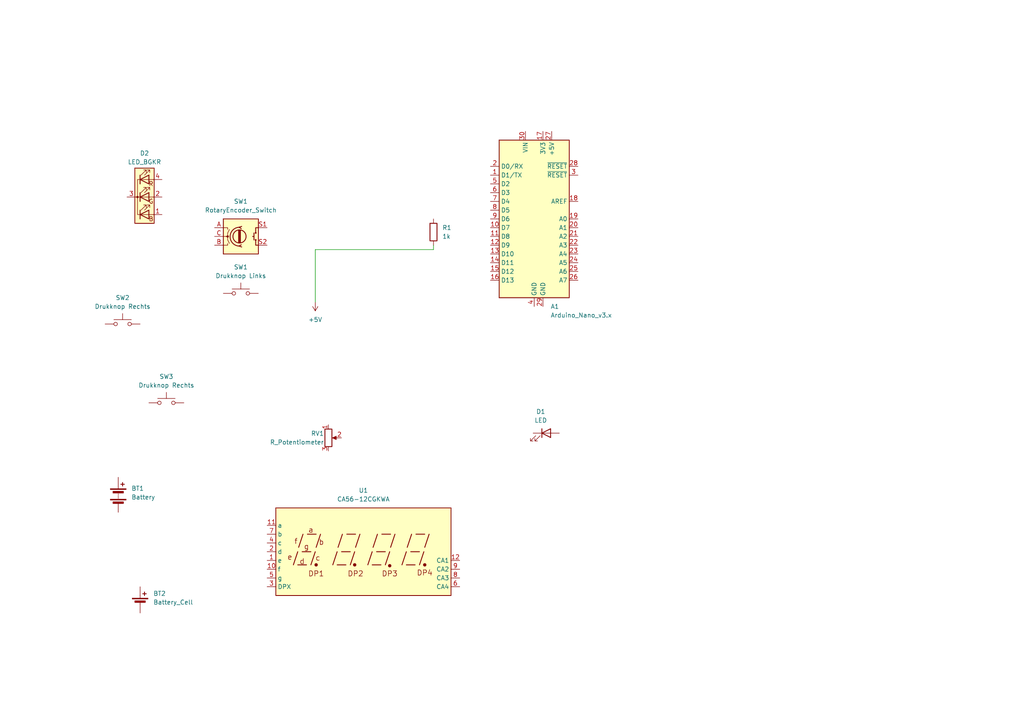
<source format=kicad_sch>
(kicad_sch (version 20230121) (generator eeschema)
  (paper "A4")
  (lib_symbols
    (symbol "Device:Battery" (pin_numbers hide) (pin_names (offset 0) hide)
      (property "Reference" "BT" (at 2.54 2.54 0))
      (property "Value" "Battery" (at 2.54 0 0))
      (symbol "Battery_0_1"
        (rectangle (start -2.286 -1.27) (end 2.286 -1.524) (fill (type outline)))
        (rectangle (start -2.286 1.778) (end 2.286 1.524) (fill (type outline)))
        (rectangle (start -1.524 -2.032) (end 1.524 -2.54) (fill (type outline)))
        (rectangle (start -1.524 1.016) (end 1.524 0.508) (fill (type outline)))
        (polyline (pts (xy 0 -1.016) (xy 0 -0.762)))
        (polyline (pts (xy 0 -0.508) (xy 0 -0.254)))
        (polyline (pts (xy 0 0) (xy 0 0.254)))
        (polyline (pts (xy 0 1.778) (xy 0 2.54)))
        (polyline (pts (xy 0.762 3.048) (xy 1.778 3.048)) (stroke (width 0.254)))
        (polyline (pts (xy 1.27 3.556) (xy 1.27 2.54)) (stroke (width 0.254)))
      )
      (symbol "Battery_1_1"
        (pin passive line (at 0 5.08 270) (length 2.54) (name "+") (number "1"))
        (pin passive line (at 0 -5.08 90) (length 2.54) (name "-") (number "2"))
      )
    )
    (symbol "Device:Battery_Cell" (pin_numbers hide) (pin_names (offset 0) hide)
      (property "Reference" "BT" (at 2.54 2.54 0))
      (property "Value" "Battery_Cell" (at 2.54 0 0))
      (symbol "Battery_Cell_0_1"
        (rectangle (start -2.286 1.778) (end 2.286 1.524) (fill (type outline)))
        (rectangle (start -1.524 1.016) (end 1.524 0.508) (fill (type outline)))
        (polyline (pts (xy 0 0.762) (xy 0 0)))
        (polyline (pts (xy 0 1.778) (xy 0 2.54)))
        (polyline (pts (xy 0.762 3.048) (xy 1.778 3.048)) (stroke (width 0.254)))
        (polyline (pts (xy 1.27 3.556) (xy 1.27 2.54)) (stroke (width 0.254)))
      )
      (symbol "Battery_Cell_1_1"
        (pin passive line (at 0 5.08 270) (length 2.54) (name "+") (number "1"))
        (pin passive line (at 0 -2.54 90) (length 2.54) (name "-") (number "2"))
      )
    )
    (symbol "Device:LED" (pin_numbers hide) (pin_names (offset 1.016) hide)
      (property "Reference" "D" (at 0 2.54 0))
      (property "Value" "LED" (at 0 -2.54 0))
      (symbol "LED_0_1"
        (polyline (pts (xy -1.27 -1.27) (xy -1.27 1.27)) (stroke (width 0.254)))
        (polyline (pts (xy -1.27 0) (xy 1.27 0)))
        (polyline (pts (xy 1.27 -1.27) (xy 1.27 1.27) (xy -1.27 0) (xy 1.27 -1.27)) (stroke (width 0.254)))
        (polyline (pts (xy -3.048 -0.762) (xy -4.572 -2.286) (xy -3.81 -2.286) (xy -4.572 -2.286) (xy -4.572 -1.524)))
        (polyline (pts (xy -1.778 -0.762) (xy -3.302 -2.286) (xy -2.54 -2.286) (xy -3.302 -2.286) (xy -3.302 -1.524)))
      )
      (symbol "LED_1_1"
        (pin passive line (at -3.81 0 0) (length 2.54) (name "K") (number "1"))
        (pin passive line (at 3.81 0 180) (length 2.54) (name "A") (number "2"))
      )
    )
    (symbol "Device:LED_BGKR" (pin_names (offset 0) hide)
      (property "Reference" "D" (at 0 9.398 0))
      (property "Value" "LED_BGKR" (at 0 -8.89 0))
      (symbol "LED_BGKR_0_0"
        (text "B" (at 1.905 -6.35 0) (effects (font (size 1.27 1.27))))
        (text "G" (at 1.905 -1.27 0) (effects (font (size 1.27 1.27))))
        (text "R" (at 1.905 3.81 0) (effects (font (size 1.27 1.27))))
      )
      (symbol "LED_BGKR_0_1"
        (circle (center -2.032 0) (radius 0.254) (fill (type outline)))
        (polyline (pts (xy -1.27 -5.08) (xy 1.27 -5.08)))
        (polyline (pts (xy -1.27 -3.81) (xy -1.27 -6.35)) (stroke (width 0.254)))
        (polyline (pts (xy -1.27 0) (xy -2.54 0)))
        (polyline (pts (xy -1.27 1.27) (xy -1.27 -1.27)) (stroke (width 0.254)))
        (polyline (pts (xy -1.27 5.08) (xy 1.27 5.08)))
        (polyline (pts (xy -1.27 6.35) (xy -1.27 3.81)) (stroke (width 0.254)))
        (polyline (pts (xy 1.27 -5.08) (xy 2.54 -5.08)))
        (polyline (pts (xy 1.27 0) (xy -1.27 0)))
        (polyline (pts (xy 1.27 0) (xy 2.54 0)))
        (polyline (pts (xy 1.27 5.08) (xy 2.54 5.08)))
        (polyline (pts (xy -1.27 1.27) (xy -1.27 -1.27) (xy -1.27 -1.27)))
        (polyline (pts (xy -1.27 6.35) (xy -1.27 3.81) (xy -1.27 3.81)))
        (polyline (pts (xy -1.27 5.08) (xy -2.032 5.08) (xy -2.032 -5.08) (xy -1.016 -5.08)))
        (polyline (pts (xy 1.27 -3.81) (xy 1.27 -6.35) (xy -1.27 -5.08) (xy 1.27 -3.81)) (stroke (width 0.254)))
        (polyline (pts (xy 1.27 1.27) (xy 1.27 -1.27) (xy -1.27 0) (xy 1.27 1.27)) (stroke (width 0.254)))
        (polyline (pts (xy 1.27 6.35) (xy 1.27 3.81) (xy -1.27 5.08) (xy 1.27 6.35)) (stroke (width 0.254)))
        (polyline (pts (xy -1.016 -3.81) (xy 0.508 -2.286) (xy -0.254 -2.286) (xy 0.508 -2.286) (xy 0.508 -3.048)))
        (polyline (pts (xy -1.016 1.27) (xy 0.508 2.794) (xy -0.254 2.794) (xy 0.508 2.794) (xy 0.508 2.032)))
        (polyline (pts (xy -1.016 6.35) (xy 0.508 7.874) (xy -0.254 7.874) (xy 0.508 7.874) (xy 0.508 7.112)))
        (polyline (pts (xy 0 -3.81) (xy 1.524 -2.286) (xy 0.762 -2.286) (xy 1.524 -2.286) (xy 1.524 -3.048)))
        (polyline (pts (xy 0 1.27) (xy 1.524 2.794) (xy 0.762 2.794) (xy 1.524 2.794) (xy 1.524 2.032)))
        (polyline (pts (xy 0 6.35) (xy 1.524 7.874) (xy 0.762 7.874) (xy 1.524 7.874) (xy 1.524 7.112)))
        (rectangle (start 1.27 -1.27) (end 1.27 1.27))
        (rectangle (start 1.27 1.27) (end 1.27 1.27))
        (rectangle (start 1.27 3.81) (end 1.27 6.35))
        (rectangle (start 1.27 6.35) (end 1.27 6.35))
        (rectangle (start 2.794 8.382) (end -2.794 -7.62) (stroke (width 0.254)) (fill (type background)))
      )
      (symbol "LED_BGKR_1_1"
        (pin passive line (at 5.08 -5.08 180) (length 2.54) (name "BA") (number "1"))
        (pin passive line (at 5.08 0 180) (length 2.54) (name "GA") (number "2"))
        (pin passive line (at -5.08 0 0) (length 2.54) (name "K") (number "3"))
        (pin passive line (at 5.08 5.08 180) (length 2.54) (name "RA") (number "4"))
      )
    )
    (symbol "Device:R" (pin_numbers hide) (pin_names (offset 0))
      (property "Reference" "R" (at 2.032 0 90))
      (property "Value" "R" (at 0 0 90))
      (symbol "R_0_1"
        (rectangle (start -1.016 -2.54) (end 1.016 2.54) (stroke (width 0.254)))
      )
      (symbol "R_1_1"
        (pin passive line (at 0 3.81 270) (length 1.27) (name "~") (number "1"))
        (pin passive line (at 0 -3.81 90) (length 1.27) (name "~") (number "2"))
      )
    )
    (symbol "Device:R_Potentiometer" (pin_names (offset 1.016) hide)
      (property "Reference" "RV" (at -4.445 0 90))
      (property "Value" "R_Potentiometer" (at -2.54 0 90))
      (symbol "R_Potentiometer_0_1"
        (polyline (pts (xy 2.54 0) (xy 1.524 0)))
        (polyline (pts (xy 1.143 0) (xy 2.286 0.508) (xy 2.286 -0.508) (xy 1.143 0)) (fill (type outline)))
        (rectangle (start 1.016 2.54) (end -1.016 -2.54) (stroke (width 0.254)))
      )
      (symbol "R_Potentiometer_1_1"
        (pin passive line (at 0 3.81 270) (length 1.27) (name "1") (number "1"))
        (pin passive line (at 3.81 0 180) (length 1.27) (name "2") (number "2"))
        (pin passive line (at 0 -3.81 90) (length 1.27) (name "3") (number "3"))
      )
    )
    (symbol "Device:RotaryEncoder_Switch" (pin_names (offset 0.254) hide)
      (property "Reference" "SW" (at 0 6.604 0))
      (property "Value" "RotaryEncoder_Switch" (at 0 -6.604 0))
      (symbol "RotaryEncoder_Switch_0_1"
        (rectangle (start -5.08 5.08) (end 5.08 -5.08) (stroke (width 0.254)) (fill (type background)))
        (circle (center -3.81 0) (radius 0.254) (fill (type outline)))
        (circle (center -0.381 0) (radius 1.905) (stroke (width 0.254)))
        (arc (start -0.381 2.667) (mid -3.0988 -0.0635) (end -0.381 -2.794) (stroke (width 0.254)))
        (polyline (pts (xy -0.635 -1.778) (xy -0.635 1.778)) (stroke (width 0.254)))
        (polyline (pts (xy -0.381 -1.778) (xy -0.381 1.778)) (stroke (width 0.254)))
        (polyline (pts (xy -0.127 1.778) (xy -0.127 -1.778)) (stroke (width 0.254)))
        (polyline (pts (xy 3.81 0) (xy 3.429 0)) (stroke (width 0.254)))
        (polyline (pts (xy 3.81 1.016) (xy 3.81 -1.016)) (stroke (width 0.254)))
        (polyline (pts (xy -5.08 -2.54) (xy -3.81 -2.54) (xy -3.81 -2.032)))
        (polyline (pts (xy -5.08 2.54) (xy -3.81 2.54) (xy -3.81 2.032)))
        (polyline (pts (xy 0.254 -3.048) (xy -0.508 -2.794) (xy 0.127 -2.413)) (stroke (width 0.254)))
        (polyline (pts (xy 0.254 2.921) (xy -0.508 2.667) (xy 0.127 2.286)) (stroke (width 0.254)))
        (polyline (pts (xy 5.08 -2.54) (xy 4.318 -2.54) (xy 4.318 -1.016)) (stroke (width 0.254)))
        (polyline (pts (xy 5.08 2.54) (xy 4.318 2.54) (xy 4.318 1.016)) (stroke (width 0.254)))
        (polyline (pts (xy -5.08 0) (xy -3.81 0) (xy -3.81 -1.016) (xy -3.302 -2.032)))
        (polyline (pts (xy -4.318 0) (xy -3.81 0) (xy -3.81 1.016) (xy -3.302 2.032)))
        (circle (center 4.318 -1.016) (radius 0.127) (stroke (width 0.254)))
        (circle (center 4.318 1.016) (radius 0.127) (stroke (width 0.254)))
      )
      (symbol "RotaryEncoder_Switch_1_1"
        (pin passive line (at -7.62 2.54 0) (length 2.54) (name "A") (number "A"))
        (pin passive line (at -7.62 -2.54 0) (length 2.54) (name "B") (number "B"))
        (pin passive line (at -7.62 0 0) (length 2.54) (name "C") (number "C"))
        (pin passive line (at 7.62 2.54 180) (length 2.54) (name "S1") (number "S1"))
        (pin passive line (at 7.62 -2.54 180) (length 2.54) (name "S2") (number "S2"))
      )
    )
    (symbol "Display_Character:CA56-12CGKWA"
      (property "Reference" "U" (at -24.13 13.97 0))
      (property "Value" "CA56-12CGKWA" (at 17.78 13.97 0))
      (symbol "CA56-12CGKWA_0_0"
        (rectangle (start -25.4 12.7) (end 25.4 -12.7) (stroke (width 0.254)) (fill (type background)))
        (polyline (pts (xy -20.32 -3.81) (xy -19.05 0)) (stroke (width 0.254)))
        (polyline (pts (xy -19.05 -3.81) (xy -16.51 -3.81)) (stroke (width 0.254)))
        (polyline (pts (xy -18.796 1.27) (xy -17.526 5.08)) (stroke (width 0.254)))
        (polyline (pts (xy -17.78 0) (xy -15.24 0)) (stroke (width 0.254)))
        (polyline (pts (xy -16.256 5.08) (xy -13.716 5.08)) (stroke (width 0.254)))
        (polyline (pts (xy -15.24 -3.81) (xy -13.97 0)) (stroke (width 0.254)))
        (polyline (pts (xy -13.716 1.27) (xy -12.446 5.08)) (stroke (width 0.254)))
        (polyline (pts (xy -8.89 -3.81) (xy -7.62 0)) (stroke (width 0.254)))
        (polyline (pts (xy -7.62 -3.81) (xy -5.08 -3.81)) (stroke (width 0.254)))
        (polyline (pts (xy -7.366 1.27) (xy -6.096 5.08)) (stroke (width 0.254)))
        (polyline (pts (xy -6.35 0) (xy -3.81 0)) (stroke (width 0.254)))
        (polyline (pts (xy -4.826 5.08) (xy -2.286 5.08)) (stroke (width 0.254)))
        (polyline (pts (xy -3.81 -3.81) (xy -2.54 0)) (stroke (width 0.254)))
        (polyline (pts (xy -2.286 1.27) (xy -1.016 5.08)) (stroke (width 0.254)))
        (polyline (pts (xy 1.27 -3.81) (xy 2.54 0)) (stroke (width 0.254)))
        (polyline (pts (xy 2.54 -3.81) (xy 5.08 -3.81)) (stroke (width 0.254)))
        (polyline (pts (xy 2.794 1.27) (xy 4.064 5.08)) (stroke (width 0.254)))
        (polyline (pts (xy 3.81 0) (xy 6.35 0)) (stroke (width 0.254)))
        (polyline (pts (xy 5.334 5.08) (xy 7.874 5.08)) (stroke (width 0.254)))
        (polyline (pts (xy 6.35 -3.81) (xy 7.62 0)) (stroke (width 0.254)))
        (polyline (pts (xy 7.874 1.27) (xy 9.144 5.08)) (stroke (width 0.254)))
        (polyline (pts (xy 11.176 -3.81) (xy 12.446 0)) (stroke (width 0.254)))
        (polyline (pts (xy 12.446 -3.81) (xy 14.986 -3.81)) (stroke (width 0.254)))
        (polyline (pts (xy 12.7 1.27) (xy 13.97 5.08)) (stroke (width 0.254)))
        (polyline (pts (xy 13.716 0) (xy 16.256 0)) (stroke (width 0.254)))
        (polyline (pts (xy 15.24 5.08) (xy 17.78 5.08)) (stroke (width 0.254)))
        (polyline (pts (xy 16.256 -3.81) (xy 17.526 0)) (stroke (width 0.254)))
        (polyline (pts (xy 17.78 1.27) (xy 19.05 5.08)) (stroke (width 0.254)))
        (text "a" (at -15.24 6.35 0) (effects (font (size 1.524 1.524))))
        (text "b" (at -12.192 2.794 0) (effects (font (size 1.524 1.524))))
        (text "c" (at -13.208 -1.778 0) (effects (font (size 1.524 1.524))))
        (text "d" (at -17.78 -2.794 0) (effects (font (size 1.524 1.524))))
        (text "DP1" (at -13.716 -6.35 0) (effects (font (size 1.524 1.524))))
        (text "DP2" (at -2.286 -6.35 0) (effects (font (size 1.524 1.524))))
        (text "DP3" (at 7.62 -6.35 0) (effects (font (size 1.524 1.524))))
        (text "DP4" (at 17.78 -6.096 0) (effects (font (size 1.524 1.524))))
        (text "e" (at -21.336 -1.524 0) (effects (font (size 1.524 1.524))))
        (text "f" (at -19.558 3.048 0) (effects (font (size 1.524 1.524))))
        (text "g" (at -16.51 1.524 0) (effects (font (size 1.524 1.524))))
      )
      (symbol "CA56-12CGKWA_0_1"
        (circle (center -13.716 -3.81) (radius 0.3556) (stroke (width 0.254)) (fill (type outline)))
        (circle (center -2.54 -3.81) (radius 0.3556) (stroke (width 0.254)) (fill (type outline)))
      )
      (symbol "CA56-12CGKWA_1_0"
        (circle (center 7.62 -4.064) (radius 0.3556) (stroke (width 0.254)) (fill (type outline)))
        (circle (center 17.78 -3.81) (radius 0.3556) (stroke (width 0.254)) (fill (type outline)))
      )
      (symbol "CA56-12CGKWA_1_1"
        (pin input line (at -27.94 -2.54 0) (length 2.54) (name "e") (number "1"))
        (pin input line (at -27.94 -5.08 0) (length 2.54) (name "f") (number "10"))
        (pin input line (at -27.94 7.62 0) (length 2.54) (name "a") (number "11"))
        (pin input line (at 27.94 -2.54 180) (length 2.54) (name "CA1") (number "12"))
        (pin input line (at -27.94 0 0) (length 2.54) (name "d") (number "2"))
        (pin input line (at -27.94 -10.16 0) (length 2.54) (name "DPX") (number "3"))
        (pin input line (at -27.94 2.54 0) (length 2.54) (name "c") (number "4"))
        (pin input line (at -27.94 -7.62 0) (length 2.54) (name "g") (number "5"))
        (pin input line (at 27.94 -10.16 180) (length 2.54) (name "CA4") (number "6"))
        (pin input line (at -27.94 5.08 0) (length 2.54) (name "b") (number "7"))
        (pin input line (at 27.94 -7.62 180) (length 2.54) (name "CA3") (number "8"))
        (pin input line (at 27.94 -5.08 180) (length 2.54) (name "CA2") (number "9"))
      )
    )
    (symbol "MCU_Module:Arduino_Nano_v3.x"
      (property "Reference" "A" (at -10.16 23.495 0))
      (property "Value" "Arduino_Nano_v3.x" (at 5.08 -24.13 0))
      (symbol "Arduino_Nano_v3.x_0_1"
        (rectangle (start -10.16 22.86) (end 10.16 -22.86) (stroke (width 0.254)) (fill (type background)))
      )
      (symbol "Arduino_Nano_v3.x_1_1"
        (pin bidirectional line (at -12.7 12.7 0) (length 2.54) (name "D1/TX") (number "1"))
        (pin bidirectional line (at -12.7 -2.54 0) (length 2.54) (name "D7") (number "10"))
        (pin bidirectional line (at -12.7 -5.08 0) (length 2.54) (name "D8") (number "11"))
        (pin bidirectional line (at -12.7 -7.62 0) (length 2.54) (name "D9") (number "12"))
        (pin bidirectional line (at -12.7 -10.16 0) (length 2.54) (name "D10") (number "13"))
        (pin bidirectional line (at -12.7 -12.7 0) (length 2.54) (name "D11") (number "14"))
        (pin bidirectional line (at -12.7 -15.24 0) (length 2.54) (name "D12") (number "15"))
        (pin bidirectional line (at -12.7 -17.78 0) (length 2.54) (name "D13") (number "16"))
        (pin power_out line (at 2.54 25.4 270) (length 2.54) (name "3V3") (number "17"))
        (pin input line (at 12.7 5.08 180) (length 2.54) (name "AREF") (number "18"))
        (pin bidirectional line (at 12.7 0 180) (length 2.54) (name "A0") (number "19"))
        (pin bidirectional line (at -12.7 15.24 0) (length 2.54) (name "D0/RX") (number "2"))
        (pin bidirectional line (at 12.7 -2.54 180) (length 2.54) (name "A1") (number "20"))
        (pin bidirectional line (at 12.7 -5.08 180) (length 2.54) (name "A2") (number "21"))
        (pin bidirectional line (at 12.7 -7.62 180) (length 2.54) (name "A3") (number "22"))
        (pin bidirectional line (at 12.7 -10.16 180) (length 2.54) (name "A4") (number "23"))
        (pin bidirectional line (at 12.7 -12.7 180) (length 2.54) (name "A5") (number "24"))
        (pin bidirectional line (at 12.7 -15.24 180) (length 2.54) (name "A6") (number "25"))
        (pin bidirectional line (at 12.7 -17.78 180) (length 2.54) (name "A7") (number "26"))
        (pin power_out line (at 5.08 25.4 270) (length 2.54) (name "+5V") (number "27"))
        (pin input line (at 12.7 15.24 180) (length 2.54) (name "~{RESET}") (number "28"))
        (pin power_in line (at 2.54 -25.4 90) (length 2.54) (name "GND") (number "29"))
        (pin input line (at 12.7 12.7 180) (length 2.54) (name "~{RESET}") (number "3"))
        (pin power_in line (at -2.54 25.4 270) (length 2.54) (name "VIN") (number "30"))
        (pin power_in line (at 0 -25.4 90) (length 2.54) (name "GND") (number "4"))
        (pin bidirectional line (at -12.7 10.16 0) (length 2.54) (name "D2") (number "5"))
        (pin bidirectional line (at -12.7 7.62 0) (length 2.54) (name "D3") (number "6"))
        (pin bidirectional line (at -12.7 5.08 0) (length 2.54) (name "D4") (number "7"))
        (pin bidirectional line (at -12.7 2.54 0) (length 2.54) (name "D5") (number "8"))
        (pin bidirectional line (at -12.7 0 0) (length 2.54) (name "D6") (number "9"))
      )
    )
    (symbol "Switch:SW_Push" (pin_numbers hide) (pin_names (offset 1.016) hide)
      (property "Reference" "SW" (at 1.27 2.54 0))
      (property "Value" "SW_Push" (at 0 -1.524 0))
      (symbol "SW_Push_0_1"
        (circle (center -2.032 0) (radius 0.508))
        (polyline (pts (xy 0 1.27) (xy 0 3.048)))
        (polyline (pts (xy 2.54 1.27) (xy -2.54 1.27)))
        (circle (center 2.032 0) (radius 0.508))
        (pin passive line (at -5.08 0 0) (length 2.54) (name "1") (number "1"))
        (pin passive line (at 5.08 0 180) (length 2.54) (name "2") (number "2"))
      )
    )
    (symbol "power:+5V" (power) (pin_names (offset 0))
      (property "Value" "+5V" (at 0 3.556 0))
      (symbol "+5V_0_1"
        (polyline (pts (xy -0.762 1.27) (xy 0 2.54)))
        (polyline (pts (xy 0 0) (xy 0 2.54)))
        (polyline (pts (xy 0 2.54) (xy 0.762 1.27)))
      )
      (symbol "+5V_1_1"
        (pin power_in line (at 0 0 90) (length 0) hide (name "+5V") (number "1"))
      )
    )
  )
  (wire (pts (xy 125.73 71.12) (xy 125.73 72.39)))
  (wire (pts (xy 91.44 72.39) (xy 91.44 87.63)))
  (wire (pts (xy 125.73 72.39) (xy 91.44 72.39)))
  (symbol (lib_id "Display_Character:CA56-12CGKWA") (at 105.41 160.02 0) (unit 1)
    (property "Reference" "U1" (at 105.41 142.24 0))
    (property "Value" "CA56-12CGKWA" (at 105.41 144.78 0))
    (property "Footprint" "Display_7Segment:CA56-12CGKWA" (effects hide))
    (property "Datasheet" "http://www.kingbright.com/attachments/file/psearch/000/00/00/CA56-12CGKWA(Ver.9A).pdf" (effects hide))
  )
  (symbol (lib_id "power:+5V") (at 91.44 87.63 180) (unit 1)
    (property "Reference" "#PWR01" (effects hide))
    (property "Value" "+5V" (at 91.44 92.71 0))
  )
  (symbol (lib_id "MCU_Module:Arduino_Nano_v3.x") (at 154.94 63.5 0) (unit 1)
    (property "Reference" "A1" (at 159.6741 88.9 0) (effects (justify left)))
    (property "Value" "Arduino_Nano_v3.x" (at 159.6741 91.44 0) (effects (justify left)))
    (property "Footprint" "Module:Arduino_Nano" (effects hide))
    (property "Datasheet" "http://www.mouser.com/pdfdocs/Gravitech_Arduino_Nano3_0.pdf" (effects hide))
  )
  (symbol (lib_id "Device:LED_BGKR") (at 41.91 57.15 0) (unit 1)
    (property "Reference" "D2" (at 41.91 44.45 0))
    (property "Value" "LED_BGKR" (at 41.91 46.99 0))
    (property "Footprint" "LED_THT:LED_D5.0mm-4_RGB" (effects hide))
  )
  (symbol (lib_id "Device:Battery") (at 34.29 143.51 0) (unit 1)
    (property "Reference" "BT1" (at 38.1 141.6685 0) (effects (justify left)))
    (property "Value" "Battery" (at 38.1 144.2085 0) (effects (justify left)))
  )
  (symbol (lib_id "Device:LED") (at 158.4319 125.6231 0) (unit 1)
    (property "Reference" "D1" (at 156.8444 119.38 0))
    (property "Value" "LED" (at 156.8444 121.92 0))
    (property "Footprint" "LED_THT:LED_D5.0mm" (effects hide))
  )
  (symbol (lib_id "Switch:SW_Push") (at 69.85 85.09 0) (unit 1)
    (property "Reference" "SW1" (at 69.85 77.47 0))
    (property "Value" "Drukknop Links" (at 69.85 80.01 0))
    (property "Footprint" "Button_Switch_THT:SW_PUSH-12mm" (effects hide))
  )
  (symbol (lib_id "Device:RotaryEncoder_Switch") (at 69.85 68.58 0) (unit 1)
    (property "Reference" "SW1" (at 69.85 58.42 0))
    (property "Value" "RotaryEncoder_Switch" (at 69.85 60.96 0))
    (property "Footprint" "Rotary_Encoder:RotaryEncoder_Alps_EC11E_Vertical_H20mm" (effects hide))
  )
  (symbol (lib_id "Switch:SW_Push") (at 35.56 93.98 0) (unit 1)
    (property "Reference" "SW2" (at 35.56 86.36 0))
    (property "Value" "Drukknop Rechts" (at 35.56 88.9 0))
    (property "Footprint" "Button_Switch_THT:SW_PUSH-12mm" (effects hide))
  )
  (symbol (lib_id "Device:R_Potentiometer") (at 95.25 127 0) (unit 1)
    (property "Reference" "RV1" (at 93.98 125.73 0) (effects (justify right)))
    (property "Value" "R_Potentiometer" (at 93.98 128.27 0) (effects (justify right)))
    (property "Footprint" "Potentiometer_THT:Potentiometer_Alps_RK09K_Single_Horizontal" (effects hide))
  )
  (symbol (lib_id "Device:Battery_Cell") (at 40.64 175.26 0) (unit 1)
    (property "Reference" "BT2" (at 44.45 172.1485 0) (effects (justify left)))
    (property "Value" "Battery_Cell" (at 44.45 174.6885 0) (effects (justify left)))
    (property "Footprint" "Battery:BatteryHolder_MPD_BA9VPC_1xPP3" (effects hide))
  )
  (symbol (lib_id "Device:R") (at 125.73 67.31 0) (unit 1)
    (property "Reference" "R1" (at 128.27 66.04 0) (effects (justify left)))
    (property "Value" "1k" (at 128.27 68.58 0) (effects (justify left)))
    (property "Footprint" "Resistor_THT:R_Axial_DIN0207_L6.3mm_D2.5mm_P7.62mm_Horizontal" (effects hide))
  )
  (symbol (lib_id "Switch:SW_Push") (at 48.26 116.84 0) (unit 1)
    (property "Reference" "SW3" (at 48.26 109.22 0))
    (property "Value" "Drukknop Rechts" (at 48.26 111.76 0))
    (property "Footprint" "Button_Switch_THT:SW_PUSH-12mm" (effects hide))
  )
)
</source>
